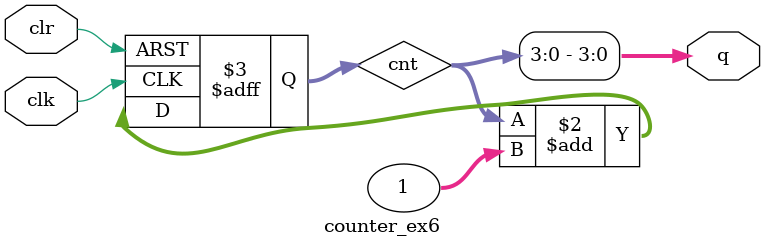
<source format=v>
module counter_ex6(clk,clr,q);
    
    input clk,clr;
    output [3:0] q;
    
    reg [31:0] cnt;
    
    always @(posedge clr or posedge clk)
    begin
        if(clr)
            cnt <= 32'h00000000;
        else
            cnt <= cnt + 1;
    end
    
    assign q = cnt[3:0];
    
endmodule

</source>
